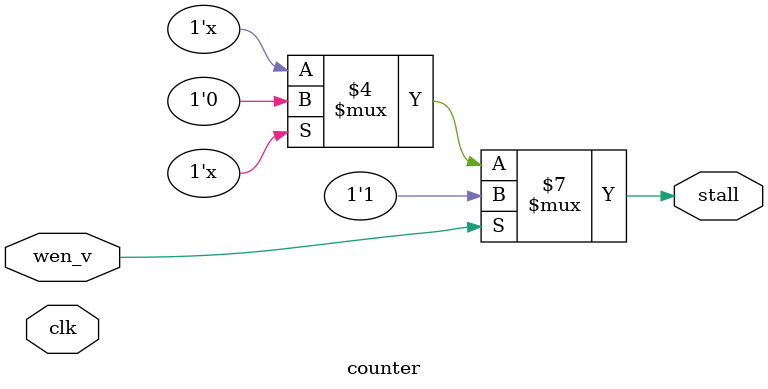
<source format=sv>
module counter (input wen_v, clk, output logic stall);

		logic [1:0] count; 

		always @(clk)
		begin
			if (wen_v) begin
				count = 2'b00;
				stall <= 1'b1;
			end
			else if (count == 3)
				stall <= 1'b0;
			else if (stall) begin
				count <= count + 1;
				stall <= 1'b1; 
			end
		end

endmodule

</source>
